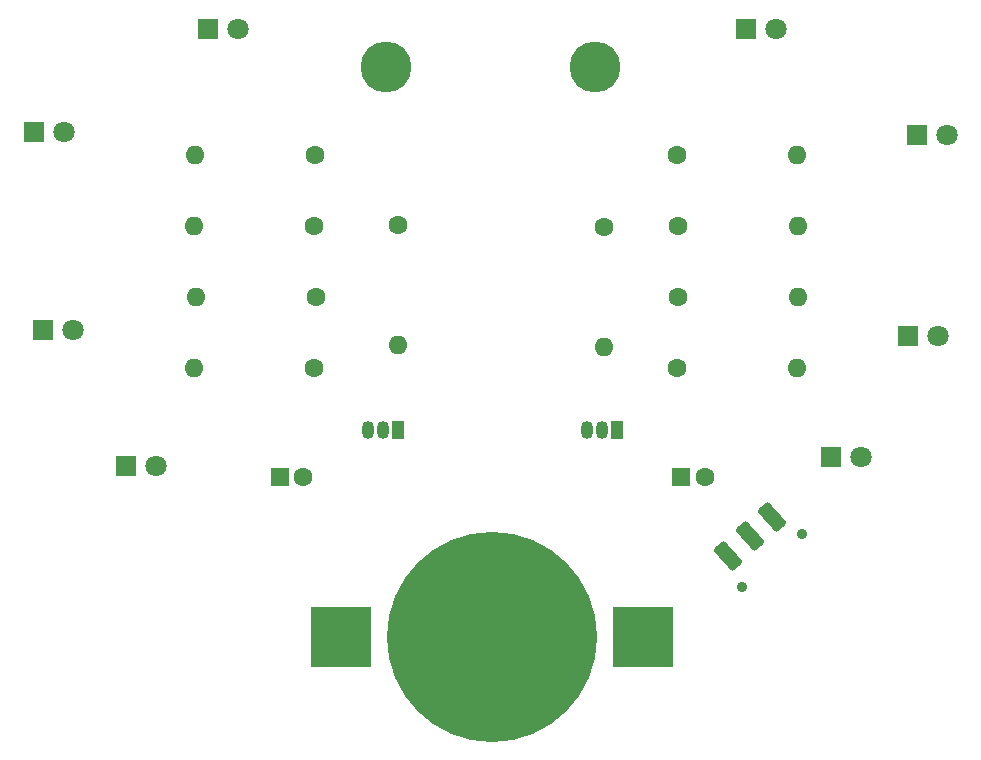
<source format=gbs>
%TF.GenerationSoftware,KiCad,Pcbnew,8.0.5*%
%TF.CreationDate,2024-09-25T11:06:08-04:00*%
%TF.ProjectId,HeartLEDTHT,48656172-744c-4454-9454-48542e6b6963,rev?*%
%TF.SameCoordinates,Original*%
%TF.FileFunction,Soldermask,Bot*%
%TF.FilePolarity,Negative*%
%FSLAX46Y46*%
G04 Gerber Fmt 4.6, Leading zero omitted, Abs format (unit mm)*
G04 Created by KiCad (PCBNEW 8.0.5) date 2024-09-25 11:06:08*
%MOMM*%
%LPD*%
G01*
G04 APERTURE LIST*
G04 Aperture macros list*
%AMRoundRect*
0 Rectangle with rounded corners*
0 $1 Rounding radius*
0 $2 $3 $4 $5 $6 $7 $8 $9 X,Y pos of 4 corners*
0 Add a 4 corners polygon primitive as box body*
4,1,4,$2,$3,$4,$5,$6,$7,$8,$9,$2,$3,0*
0 Add four circle primitives for the rounded corners*
1,1,$1+$1,$2,$3*
1,1,$1+$1,$4,$5*
1,1,$1+$1,$6,$7*
1,1,$1+$1,$8,$9*
0 Add four rect primitives between the rounded corners*
20,1,$1+$1,$2,$3,$4,$5,0*
20,1,$1+$1,$4,$5,$6,$7,0*
20,1,$1+$1,$6,$7,$8,$9,0*
20,1,$1+$1,$8,$9,$2,$3,0*%
G04 Aperture macros list end*
%ADD10R,1.800000X1.800000*%
%ADD11C,1.800000*%
%ADD12C,1.600000*%
%ADD13O,1.600000X1.600000*%
%ADD14R,1.600000X1.600000*%
%ADD15R,1.050000X1.500000*%
%ADD16O,1.050000X1.500000*%
%ADD17C,4.300000*%
%ADD18C,0.900000*%
%ADD19RoundRect,0.250000X-0.390451X0.994069X-0.947810X0.492221X0.390451X-0.994069X0.947810X-0.492221X0*%
%ADD20R,5.100000X5.100000*%
%ADD21C,17.800000*%
G04 APERTURE END LIST*
D10*
%TO.C,D3*%
X49210000Y-117750000D03*
D11*
X51750000Y-117750000D03*
%TD*%
D12*
%TO.C,R2*%
X103670000Y-119750000D03*
D13*
X113830000Y-119750000D03*
%TD*%
D12*
%TO.C,R1*%
X72990000Y-119750000D03*
D13*
X62830000Y-119750000D03*
%TD*%
D12*
%TO.C,R4*%
X103750000Y-125750000D03*
D13*
X113910000Y-125750000D03*
%TD*%
D12*
%TO.C,R9*%
X72910000Y-137750000D03*
D13*
X62750000Y-137750000D03*
%TD*%
D10*
%TO.C,D6*%
X123210000Y-135000000D03*
D11*
X125750000Y-135000000D03*
%TD*%
D12*
%TO.C,R6*%
X97500000Y-125840000D03*
D13*
X97500000Y-136000000D03*
%TD*%
D10*
%TO.C,D4*%
X123960000Y-118000000D03*
D11*
X126500000Y-118000000D03*
%TD*%
D14*
%TO.C,C1*%
X104000000Y-147000000D03*
D12*
X106000000Y-147000000D03*
%TD*%
D10*
%TO.C,D8*%
X116710000Y-145250000D03*
D11*
X119250000Y-145250000D03*
%TD*%
D12*
%TO.C,R3*%
X72910000Y-125750000D03*
D13*
X62750000Y-125750000D03*
%TD*%
D12*
%TO.C,R10*%
X103670000Y-137750000D03*
D13*
X113830000Y-137750000D03*
%TD*%
D15*
%TO.C,Q2*%
X80000000Y-143000000D03*
D16*
X78730000Y-143000000D03*
X77460000Y-143000000D03*
%TD*%
D17*
%TO.C,H2*%
X96750000Y-112250000D03*
%TD*%
%TO.C,H1*%
X79000000Y-112250000D03*
%TD*%
D14*
%TO.C,C2*%
X70000000Y-147000000D03*
D12*
X72000000Y-147000000D03*
%TD*%
D10*
%TO.C,D5*%
X49975000Y-134500000D03*
D11*
X52515000Y-134500000D03*
%TD*%
D12*
%TO.C,R5*%
X80000000Y-125670000D03*
D13*
X80000000Y-135830000D03*
%TD*%
D10*
%TO.C,D2*%
X109460000Y-109000000D03*
D11*
X112000000Y-109000000D03*
%TD*%
D15*
%TO.C,Q1*%
X98540000Y-143000000D03*
D16*
X97270000Y-143000000D03*
X96000000Y-143000000D03*
%TD*%
D12*
%TO.C,R8*%
X103750000Y-131750000D03*
D13*
X113910000Y-131750000D03*
%TD*%
D10*
%TO.C,D7*%
X56960000Y-146000000D03*
D11*
X59500000Y-146000000D03*
%TD*%
D12*
%TO.C,R7*%
X73080000Y-131750000D03*
D13*
X62920000Y-131750000D03*
%TD*%
D10*
%TO.C,D1*%
X63960000Y-109000000D03*
D11*
X66500000Y-109000000D03*
%TD*%
D18*
%TO.C,SW1*%
X114222106Y-151759146D03*
X109168722Y-156309234D03*
D19*
X111713167Y-150317715D03*
X109855306Y-151990541D03*
X107997443Y-153663368D03*
%TD*%
D20*
%TO.C,BT1*%
X100800000Y-160500000D03*
X75200000Y-160500000D03*
D21*
X88000000Y-160500000D03*
%TD*%
M02*

</source>
